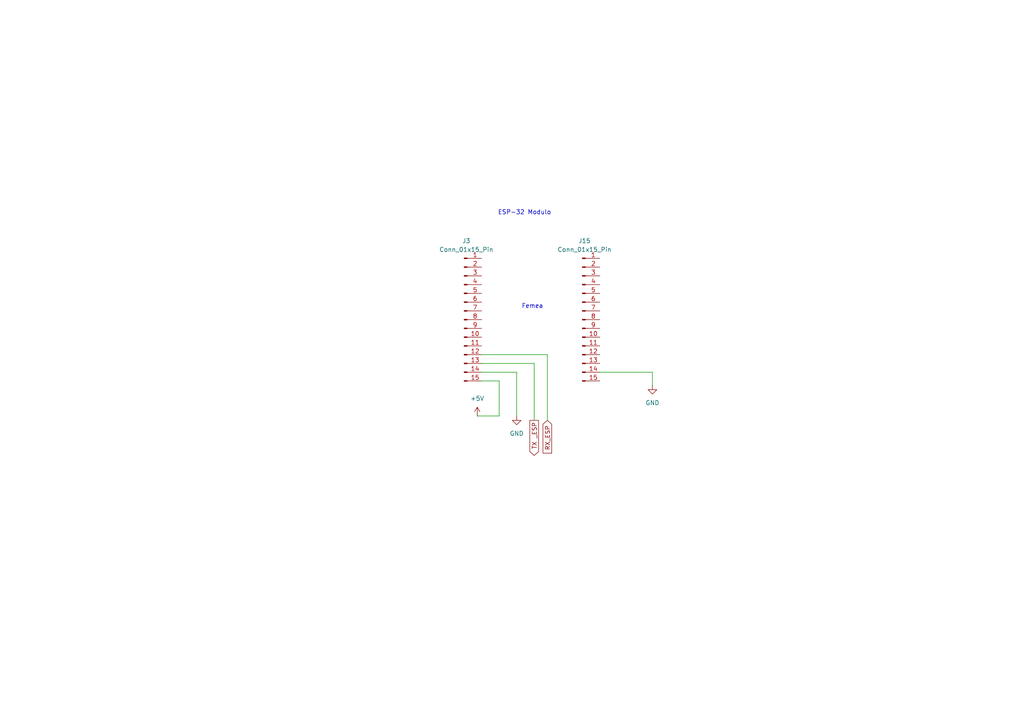
<source format=kicad_sch>
(kicad_sch (version 20231120) (generator "eeschema") (generator_version "8.0")
  (paper "A4")
  (title_block (title "Conectores Esp") (date "2024-04-15") (rev "1.0") (company "Alex Thomas Valmorbida"))
  (lib_symbols
    (symbol "Connector:Conn_01x15_Pin" (pin_names (offset 1.016) hide)
      (property "Reference" "J" (at 0 20.32 0))
      (property "Value" "Conn_01x15_Pin" (at 0 -20.32 0))
      (symbol "Conn_01x15_Pin_1_1"
        (polyline (pts (xy 1.27 -17.78) (xy 0.8636 -17.78)) (stroke (width 0.1524)))
        (polyline (pts (xy 1.27 -15.24) (xy 0.8636 -15.24)) (stroke (width 0.1524)))
        (polyline (pts (xy 1.27 -12.7) (xy 0.8636 -12.7)) (stroke (width 0.1524)))
        (polyline (pts (xy 1.27 -10.16) (xy 0.8636 -10.16)) (stroke (width 0.1524)))
        (polyline (pts (xy 1.27 -7.62) (xy 0.8636 -7.62)) (stroke (width 0.1524)))
        (polyline (pts (xy 1.27 -5.08) (xy 0.8636 -5.08)) (stroke (width 0.1524)))
        (polyline (pts (xy 1.27 -2.54) (xy 0.8636 -2.54)) (stroke (width 0.1524)))
        (polyline (pts (xy 1.27 0) (xy 0.8636 0)) (stroke (width 0.1524)))
        (polyline (pts (xy 1.27 2.54) (xy 0.8636 2.54)) (stroke (width 0.1524)))
        (polyline (pts (xy 1.27 5.08) (xy 0.8636 5.08)) (stroke (width 0.1524)))
        (polyline (pts (xy 1.27 7.62) (xy 0.8636 7.62)) (stroke (width 0.1524)))
        (polyline (pts (xy 1.27 10.16) (xy 0.8636 10.16)) (stroke (width 0.1524)))
        (polyline (pts (xy 1.27 12.7) (xy 0.8636 12.7)) (stroke (width 0.1524)))
        (polyline (pts (xy 1.27 15.24) (xy 0.8636 15.24)) (stroke (width 0.1524)))
        (polyline (pts (xy 1.27 17.78) (xy 0.8636 17.78)) (stroke (width 0.1524)))
        (rectangle (start 0.8636 -17.653) (end 0 -17.907) (stroke (width 0.1524)) (fill (type outline)))
        (rectangle (start 0.8636 -15.113) (end 0 -15.367) (stroke (width 0.1524)) (fill (type outline)))
        (rectangle (start 0.8636 -12.573) (end 0 -12.827) (stroke (width 0.1524)) (fill (type outline)))
        (rectangle (start 0.8636 -10.033) (end 0 -10.287) (stroke (width 0.1524)) (fill (type outline)))
        (rectangle (start 0.8636 -7.493) (end 0 -7.747) (stroke (width 0.1524)) (fill (type outline)))
        (rectangle (start 0.8636 -4.953) (end 0 -5.207) (stroke (width 0.1524)) (fill (type outline)))
        (rectangle (start 0.8636 -2.413) (end 0 -2.667) (stroke (width 0.1524)) (fill (type outline)))
        (rectangle (start 0.8636 0.127) (end 0 -0.127) (stroke (width 0.1524)) (fill (type outline)))
        (rectangle (start 0.8636 2.667) (end 0 2.413) (stroke (width 0.1524)) (fill (type outline)))
        (rectangle (start 0.8636 5.207) (end 0 4.953) (stroke (width 0.1524)) (fill (type outline)))
        (rectangle (start 0.8636 7.747) (end 0 7.493) (stroke (width 0.1524)) (fill (type outline)))
        (rectangle (start 0.8636 10.287) (end 0 10.033) (stroke (width 0.1524)) (fill (type outline)))
        (rectangle (start 0.8636 12.827) (end 0 12.573) (stroke (width 0.1524)) (fill (type outline)))
        (rectangle (start 0.8636 15.367) (end 0 15.113) (stroke (width 0.1524)) (fill (type outline)))
        (rectangle (start 0.8636 17.907) (end 0 17.653) (stroke (width 0.1524)) (fill (type outline)))
        (pin passive line (at 5.08 17.78 180) (length 3.81) (name "Pin_1") (number "1"))
        (pin passive line (at 5.08 -5.08 180) (length 3.81) (name "Pin_10") (number "10"))
        (pin passive line (at 5.08 -7.62 180) (length 3.81) (name "Pin_11") (number "11"))
        (pin passive line (at 5.08 -10.16 180) (length 3.81) (name "Pin_12") (number "12"))
        (pin passive line (at 5.08 -12.7 180) (length 3.81) (name "Pin_13") (number "13"))
        (pin passive line (at 5.08 -15.24 180) (length 3.81) (name "Pin_14") (number "14"))
        (pin passive line (at 5.08 -17.78 180) (length 3.81) (name "Pin_15") (number "15"))
        (pin passive line (at 5.08 15.24 180) (length 3.81) (name "Pin_2") (number "2"))
        (pin passive line (at 5.08 12.7 180) (length 3.81) (name "Pin_3") (number "3"))
        (pin passive line (at 5.08 10.16 180) (length 3.81) (name "Pin_4") (number "4"))
        (pin passive line (at 5.08 7.62 180) (length 3.81) (name "Pin_5") (number "5"))
        (pin passive line (at 5.08 5.08 180) (length 3.81) (name "Pin_6") (number "6"))
        (pin passive line (at 5.08 2.54 180) (length 3.81) (name "Pin_7") (number "7"))
        (pin passive line (at 5.08 0 180) (length 3.81) (name "Pin_8") (number "8"))
        (pin passive line (at 5.08 -2.54 180) (length 3.81) (name "Pin_9") (number "9"))
      )
    )
    (symbol "power:+5V" (power) (pin_numbers hide) (pin_names (offset 0) hide)
      (property "Value" "+5V" (at 0 3.556 0))
      (symbol "+5V_0_1"
        (polyline (pts (xy -0.762 1.27) (xy 0 2.54)))
        (polyline (pts (xy 0 0) (xy 0 2.54)))
        (polyline (pts (xy 0 2.54) (xy 0.762 1.27)))
      )
      (symbol "+5V_1_1"
        (pin power_in line (at 0 0 90) (length 0) (name "~") (number "1"))
      )
    )
    (symbol "power:GND" (power) (pin_numbers hide) (pin_names (offset 0) hide)
      (property "Value" "GND" (at 0 -3.81 0))
      (symbol "GND_0_1"
        (polyline (pts (xy 0 0) (xy 0 -1.27) (xy 1.27 -1.27) (xy 0 -2.54) (xy -1.27 -1.27) (xy 0 -1.27)))
      )
      (symbol "GND_1_1"
        (pin power_in line (at 0 0 270) (length 0) (name "~") (number "1"))
      )
    )
  )
  (wire (pts (xy 149.86 107.95) (xy 139.7 107.95)))
  (wire (pts (xy 149.86 120.65) (xy 149.86 107.95)))
  (wire (pts (xy 154.94 105.41) (xy 139.7 105.41)))
  (wire (pts (xy 189.23 107.95) (xy 173.99 107.95)))
  (wire (pts (xy 144.78 120.65) (xy 144.78 110.49)))
  (wire (pts (xy 158.75 102.87) (xy 139.7 102.87)))
  (wire (pts (xy 158.75 121.92) (xy 158.75 102.87)))
  (wire (pts (xy 189.23 111.76) (xy 189.23 107.95)))
  (wire (pts (xy 154.94 121.92) (xy 154.94 105.41)))
  (wire (pts (xy 138.43 120.65) (xy 144.78 120.65)))
  (wire (pts (xy 144.78 110.49) (xy 139.7 110.49)))
  (text "Femea" (at 154.432 88.9 0) (effects (font (size 1.27 1.27))))
  (text "ESP-32 Modulo" (at 152.146 61.722 0) (effects (font (size 1.27 1.27))))
  (global_label "TX _ESP" (shape output) (at 154.94 121.92 270) (property "Intersheetrefs" "${INTERSHEET_REFS}" (effects (hide yes))))
  (global_label "RX_ESP" (shape input) (at 158.75 121.92 270) (property "Intersheetrefs" "${INTERSHEET_REFS}" (effects (hide yes))))
  (symbol (lib_id "power:+5V") (at 138.43 120.65 0) (unit 1)
    (property "Reference" "#PWR017" (effects (hide yes)))
    (property "Value" "+5V" (at 138.43 115.57 0))
    (property "Description" "Power symbol creates a global label with name \"+5V\"" (effects (hide yes)))
  )
  (symbol (lib_id "Connector:Conn_01x15_Pin") (at 168.91 92.71 0) (unit 1)
    (property "Reference" "J15" (at 169.545 69.85 0))
    (property "Value" "Conn_01x15_Pin" (at 169.545 72.39 0))
    (property "Footprint" "Connector_PinHeader_2.54mm:PinHeader_1x15_P2.54mm_Vertical" (effects (hide yes)))
    (property "Description" "Generic connector, single row, 01x15, script generated" (effects (hide yes)))
  )
  (symbol (lib_id "Connector:Conn_01x15_Pin") (at 134.62 92.71 0) (unit 1)
    (property "Reference" "J3" (at 135.255 69.85 0))
    (property "Value" "Conn_01x15_Pin" (at 135.255 72.39 0))
    (property "Footprint" "Connector_PinHeader_2.54mm:PinHeader_1x15_P2.54mm_Vertical" (effects (hide yes)))
    (property "Description" "Generic connector, single row, 01x15, script generated" (effects (hide yes)))
  )
  (symbol (lib_id "power:GND") (at 189.23 111.76 0) (unit 1)
    (property "Reference" "#PWR034" (effects (hide yes)))
    (property "Value" "GND" (at 189.23 116.84 0))
    (property "Description" "Power symbol creates a global label with name \"GND\" , ground" (effects (hide yes)))
  )
  (symbol (lib_id "power:GND") (at 149.86 120.65 0) (unit 1)
    (property "Reference" "#PWR033" (effects (hide yes)))
    (property "Value" "GND" (at 149.86 125.73 0))
    (property "Description" "Power symbol creates a global label with name \"GND\" , ground" (effects (hide yes)))
  )
)
</source>
